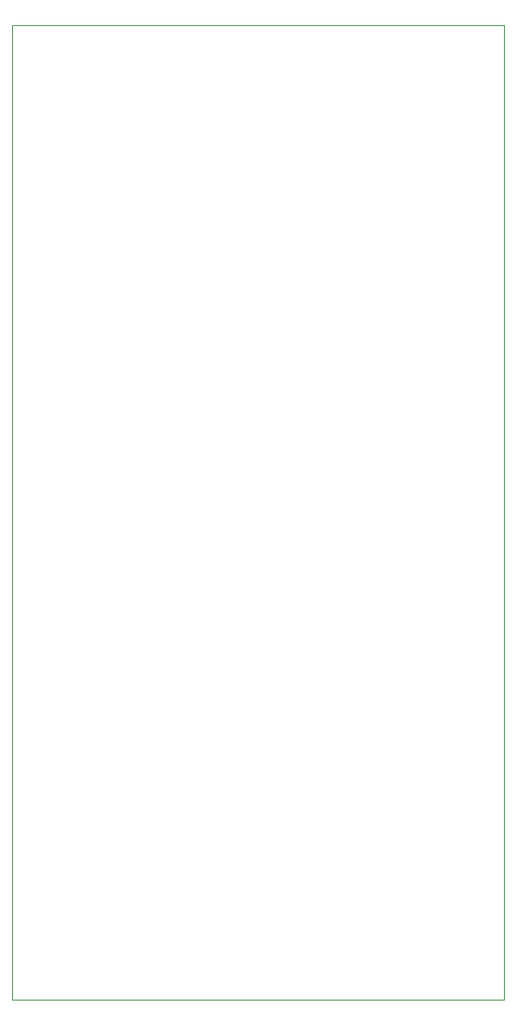
<source format=gbr>
G04 #@! TF.GenerationSoftware,KiCad,Pcbnew,(5.1.4)-1*
G04 #@! TF.CreationDate,2022-03-06T23:24:09-05:00*
G04 #@! TF.ProjectId,wifi_remote_leds,77696669-5f72-4656-9d6f-74655f6c6564,rev?*
G04 #@! TF.SameCoordinates,Original*
G04 #@! TF.FileFunction,Profile,NP*
%FSLAX46Y46*%
G04 Gerber Fmt 4.6, Leading zero omitted, Abs format (unit mm)*
G04 Created by KiCad (PCBNEW (5.1.4)-1) date 2022-03-06 23:24:09*
%MOMM*%
%LPD*%
G04 APERTURE LIST*
%ADD10C,0.050000*%
G04 APERTURE END LIST*
D10*
X124000000Y-120000000D02*
X124000000Y-25000000D01*
X76000000Y-25000000D02*
X80000000Y-25000000D01*
X76000000Y-52000000D02*
X76000000Y-25000000D01*
X124000000Y-25000000D02*
X120000000Y-25000000D01*
X124000000Y-120000000D02*
X120000000Y-120000000D01*
X76000000Y-120000000D02*
X80000000Y-120000000D01*
X76000000Y-112000000D02*
X76000000Y-120000000D01*
X76000000Y-112000000D02*
X76000000Y-52000000D01*
X120000000Y-120000000D02*
X80000000Y-120000000D01*
X80000000Y-25000000D02*
X120000000Y-25000000D01*
M02*

</source>
